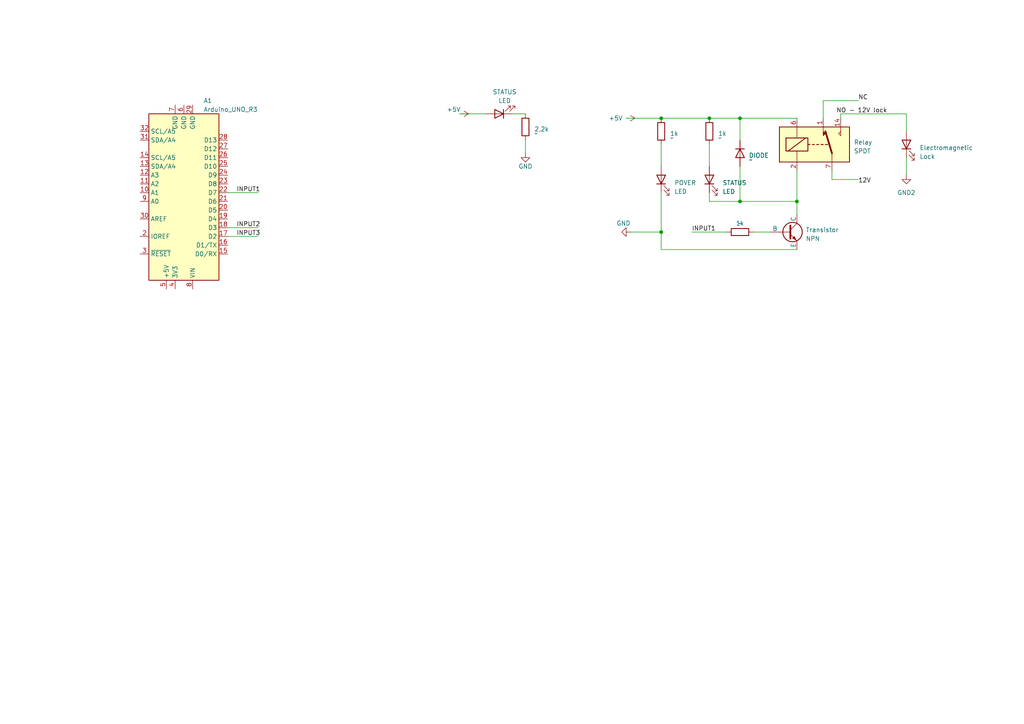
<source format=kicad_sch>
(kicad_sch (version 20230121) (generator eeschema)
  (paper "A4")
  (lib_symbols
    (symbol "Device:LED" (pin_numbers hide) (pin_names (offset 1.016) hide)
      (property "Reference" "D" (at 0 2.54 0))
      (property "Value" "LED" (at 0 -2.54 0))
      (symbol "LED_0_1"
        (polyline (pts (xy -1.27 -1.27) (xy -1.27 1.27)) (stroke (width 0.254)))
        (polyline (pts (xy -1.27 0) (xy 1.27 0)))
        (polyline (pts (xy 1.27 -1.27) (xy 1.27 1.27) (xy -1.27 0) (xy 1.27 -1.27)) (stroke (width 0.254)))
        (polyline (pts (xy -3.048 -0.762) (xy -4.572 -2.286) (xy -3.81 -2.286) (xy -4.572 -2.286) (xy -4.572 -1.524)))
        (polyline (pts (xy -1.778 -0.762) (xy -3.302 -2.286) (xy -2.54 -2.286) (xy -3.302 -2.286) (xy -3.302 -1.524)))
      )
      (symbol "LED_1_1"
        (pin passive line (at -3.81 0 0) (length 2.54) (name "K") (number "1"))
        (pin passive line (at 3.81 0 180) (length 2.54) (name "A") (number "2"))
      )
    )
    (symbol "Device:R" (pin_numbers hide) (pin_names (offset 0))
      (property "Reference" "R" (at 2.032 0 90))
      (property "Value" "R" (at 0 0 90))
      (symbol "R_0_1"
        (rectangle (start -1.016 -2.54) (end 1.016 2.54) (stroke (width 0.254)))
      )
      (symbol "R_1_1"
        (pin passive line (at 0 3.81 270) (length 1.27) (name "~") (number "1"))
        (pin passive line (at 0 -3.81 90) (length 1.27) (name "~") (number "2"))
      )
    )
    (symbol "Diode:1N914" (pin_numbers hide) (pin_names hide)
      (property "Reference" "D" (at 0 2.54 0))
      (property "Value" "1N914" (at 0 -2.54 0))
      (symbol "1N914_0_1"
        (polyline (pts (xy -1.27 1.27) (xy -1.27 -1.27)) (stroke (width 0.254)))
        (polyline (pts (xy 1.27 0) (xy -1.27 0)))
        (polyline (pts (xy 1.27 1.27) (xy 1.27 -1.27) (xy -1.27 0) (xy 1.27 1.27)) (stroke (width 0.254)))
      )
      (symbol "1N914_1_1"
        (pin passive line (at -3.81 0 0) (length 2.54) (name "K") (number "1"))
        (pin passive line (at 3.81 0 180) (length 2.54) (name "A") (number "2"))
      )
    )
    (symbol "MCU_Module:Arduino_UNO_R3"
      (property "Reference" "A" (at -10.16 23.495 0))
      (property "Value" "Arduino_UNO_R3" (at 5.08 -26.67 0))
      (symbol "Arduino_UNO_R3_0_1"
        (rectangle (start -10.16 22.86) (end 10.16 -25.4) (stroke (width 0.254)) (fill (type background)))
      )
      (symbol "Arduino_UNO_R3_1_1"
        (pin no_connect line (at -10.16 -20.32 0) (length 2.54) hide (name "NC") (number "1"))
        (pin bidirectional line (at 12.7 -2.54 180) (length 2.54) (name "A1") (number "10"))
        (pin bidirectional line (at 12.7 -5.08 180) (length 2.54) (name "A2") (number "11"))
        (pin bidirectional line (at 12.7 -7.62 180) (length 2.54) (name "A3") (number "12"))
        (pin bidirectional line (at 12.7 -10.16 180) (length 2.54) (name "SDA/A4") (number "13"))
        (pin bidirectional line (at 12.7 -12.7 180) (length 2.54) (name "SCL/A5") (number "14"))
        (pin bidirectional line (at -12.7 15.24 0) (length 2.54) (name "D0/RX") (number "15"))
        (pin bidirectional line (at -12.7 12.7 0) (length 2.54) (name "D1/TX") (number "16"))
        (pin bidirectional line (at -12.7 10.16 0) (length 2.54) (name "D2") (number "17"))
        (pin bidirectional line (at -12.7 7.62 0) (length 2.54) (name "D3") (number "18"))
        (pin bidirectional line (at -12.7 5.08 0) (length 2.54) (name "D4") (number "19"))
        (pin output line (at 12.7 10.16 180) (length 2.54) (name "IOREF") (number "2"))
        (pin bidirectional line (at -12.7 2.54 0) (length 2.54) (name "D5") (number "20"))
        (pin bidirectional line (at -12.7 0 0) (length 2.54) (name "D6") (number "21"))
        (pin bidirectional line (at -12.7 -2.54 0) (length 2.54) (name "D7") (number "22"))
        (pin bidirectional line (at -12.7 -5.08 0) (length 2.54) (name "D8") (number "23"))
        (pin bidirectional line (at -12.7 -7.62 0) (length 2.54) (name "D9") (number "24"))
        (pin bidirectional line (at -12.7 -10.16 0) (length 2.54) (name "D10") (number "25"))
        (pin bidirectional line (at -12.7 -12.7 0) (length 2.54) (name "D11") (number "26"))
        (pin bidirectional line (at -12.7 -15.24 0) (length 2.54) (name "D12") (number "27"))
        (pin bidirectional line (at -12.7 -17.78 0) (length 2.54) (name "D13") (number "28"))
        (pin power_in line (at -2.54 -27.94 90) (length 2.54) (name "GND") (number "29"))
        (pin input line (at 12.7 15.24 180) (length 2.54) (name "~{RESET}") (number "3"))
        (pin input line (at 12.7 5.08 180) (length 2.54) (name "AREF") (number "30"))
        (pin bidirectional line (at 12.7 -17.78 180) (length 2.54) (name "SDA/A4") (number "31"))
        (pin bidirectional line (at 12.7 -20.32 180) (length 2.54) (name "SCL/A5") (number "32"))
        (pin power_out line (at 2.54 25.4 270) (length 2.54) (name "3V3") (number "4"))
        (pin power_out line (at 5.08 25.4 270) (length 2.54) (name "+5V") (number "5"))
        (pin power_in line (at 0 -27.94 90) (length 2.54) (name "GND") (number "6"))
        (pin power_in line (at 2.54 -27.94 90) (length 2.54) (name "GND") (number "7"))
        (pin power_in line (at -2.54 25.4 270) (length 2.54) (name "VIN") (number "8"))
        (pin bidirectional line (at 12.7 0 180) (length 2.54) (name "A0") (number "9"))
      )
    )
    (symbol "Relay:DIPxx-1Cxx-51x"
      (property "Reference" "K" (at 11.43 3.81 0))
      (property "Value" "DIPxx-1Cxx-51x" (at 11.43 1.27 0))
      (symbol "DIPxx-1Cxx-51x_0_0"
        (polyline (pts (xy 2.54 5.08) (xy 2.54 2.54) (xy 3.175 3.175) (xy 2.54 3.81)) (fill (type outline)))
        (polyline (pts (xy 7.62 5.08) (xy 7.62 2.54) (xy 6.985 3.175) (xy 7.62 3.81)))
      )
      (symbol "DIPxx-1Cxx-51x_0_1"
        (rectangle (start -10.16 5.08) (end 10.16 -5.08) (stroke (width 0.254)) (fill (type background)))
        (rectangle (start -8.255 1.905) (end -1.905 -1.905) (stroke (width 0.254)))
        (polyline (pts (xy -7.62 -1.905) (xy -2.54 1.905)) (stroke (width 0.254)))
        (polyline (pts (xy -5.08 -5.08) (xy -5.08 -1.905)))
        (polyline (pts (xy -5.08 5.08) (xy -5.08 1.905)))
        (polyline (pts (xy -1.905 0) (xy -1.27 0)) (stroke (width 0.254)))
        (polyline (pts (xy -0.635 0) (xy 0 0)) (stroke (width 0.254)))
        (polyline (pts (xy 0.635 0) (xy 1.27 0)) (stroke (width 0.254)))
        (polyline (pts (xy 1.905 0) (xy 2.54 0)) (stroke (width 0.254)))
        (polyline (pts (xy 3.175 0) (xy 3.81 0)) (stroke (width 0.254)))
        (polyline (pts (xy 5.08 -2.54) (xy 3.175 3.81)) (stroke (width 0.508)))
        (polyline (pts (xy 5.08 -2.54) (xy 5.08 -5.08)))
      )
      (symbol "DIPxx-1Cxx-51x_1_1"
        (pin passive line (at 2.54 7.62 270) (length 2.54) (name "~") (number "1"))
        (pin passive line (at 7.62 7.62 270) (length 2.54) (name "~") (number "14"))
        (pin passive line (at -5.08 -7.62 90) (length 2.54) (name "~") (number "2"))
        (pin passive line (at -5.08 7.62 270) (length 2.54) (name "~") (number "6"))
        (pin passive line (at 5.08 -7.62 90) (length 2.54) (name "~") (number "7"))
        (pin passive line (at 5.08 -7.62 90) (length 2.54) hide (name "~") (number "8"))
      )
    )
    (symbol "Simulation_SPICE:NPN" (pin_numbers hide) (pin_names (offset 0))
      (property "Reference" "Q" (at -2.54 7.62 0))
      (property "Value" "NPN" (at -2.54 5.08 0))
      (symbol "NPN_0_1"
        (polyline (pts (xy -2.54 0) (xy 0.635 0)) (stroke (width 0.1524)))
        (polyline (pts (xy 0.635 0.635) (xy 2.54 2.54)))
        (polyline (pts (xy 2.794 -1.27) (xy 2.794 -1.27)) (stroke (width 0.1524)))
        (polyline (pts (xy 2.794 -1.27) (xy 2.794 -1.27)) (stroke (width 0.1524)))
        (polyline (pts (xy 0.635 -0.635) (xy 2.54 -2.54) (xy 2.54 -2.54)))
        (polyline (pts (xy 0.635 1.905) (xy 0.635 -1.905) (xy 0.635 -1.905)) (stroke (width 0.508)))
        (polyline (pts (xy 1.27 -1.778) (xy 1.778 -1.27) (xy 2.286 -2.286) (xy 1.27 -1.778) (xy 1.27 -1.778)) (fill (type outline)))
        (circle (center 1.27 0) (radius 2.8194) (stroke (width 0.254)))
      )
      (symbol "NPN_1_1"
        (pin open_collector line (at 2.54 5.08 270) (length 2.54) (name "C") (number "1"))
        (pin input line (at -5.08 0 0) (length 2.54) (name "B") (number "2"))
        (pin open_emitter line (at 2.54 -5.08 90) (length 2.54) (name "E") (number "3"))
      )
    )
    (symbol "power:+5V" (power) (pin_names (offset 0))
      (property "Value" "+5V" (at 0 3.556 0))
      (symbol "+5V_0_1"
        (polyline (pts (xy -0.762 1.27) (xy 0 2.54)))
        (polyline (pts (xy 0 0) (xy 0 2.54)))
        (polyline (pts (xy 0 2.54) (xy 0.762 1.27)))
      )
      (symbol "+5V_1_1"
        (pin power_in line (at 0 0 90) (length 0) hide (name "+5V") (number "1"))
      )
    )
    (symbol "power:GND" (power) (pin_names (offset 0))
      (property "Value" "GND" (at 0 -3.81 0))
      (symbol "GND_0_1"
        (polyline (pts (xy 0 0) (xy 0 -1.27) (xy 1.27 -1.27) (xy 0 -2.54) (xy -1.27 -1.27) (xy 0 -1.27)))
      )
      (symbol "GND_1_1"
        (pin power_in line (at 0 0 270) (length 0) hide (name "GND") (number "1"))
      )
    )
    (symbol "power:GND2" (power) (pin_names (offset 0))
      (property "Value" "GND2" (at 0 -3.81 0))
      (symbol "GND2_0_1"
        (polyline (pts (xy 0 0) (xy 0 -1.27) (xy 1.27 -1.27) (xy 0 -2.54) (xy -1.27 -1.27) (xy 0 -1.27)))
      )
      (symbol "GND2_1_1"
        (pin power_in line (at 0 0 270) (length 0) hide (name "GND2") (number "1"))
      )
    )
  )
  (junction (at 205.74 34.29))
  (junction (at 231.14 58.42))
  (junction (at 191.77 34.29))
  (junction (at 191.77 67.31))
  (junction (at 214.63 34.29))
  (junction (at 214.63 58.42))
  (wire (pts (xy 200.66 67.31) (xy 210.82 67.31)))
  (wire (pts (xy 248.92 52.07) (xy 241.3 52.07)))
  (wire (pts (xy 191.77 34.29) (xy 205.74 34.29)))
  (wire (pts (xy 231.14 49.53) (xy 231.14 58.42)))
  (wire (pts (xy 133.35 33.02) (xy 140.97 33.02)))
  (wire (pts (xy 182.88 67.31) (xy 191.77 67.31)))
  (wire (pts (xy 243.84 33.02) (xy 262.89 33.02)))
  (wire (pts (xy 241.3 52.07) (xy 241.3 49.53)))
  (wire (pts (xy 243.84 33.02) (xy 243.84 34.29)))
  (wire (pts (xy 238.76 29.21) (xy 238.76 34.29)))
  (wire (pts (xy 205.74 41.91) (xy 205.74 48.26)))
  (wire (pts (xy 181.61 34.29) (xy 191.77 34.29)))
  (wire (pts (xy 214.63 48.26) (xy 214.63 58.42)))
  (wire (pts (xy 191.77 41.91) (xy 191.77 48.26)))
  (wire (pts (xy 214.63 34.29) (xy 214.63 40.64)))
  (wire (pts (xy 262.89 38.1) (xy 262.89 33.02)))
  (wire (pts (xy 152.4 40.64) (xy 152.4 44.45)))
  (wire (pts (xy 238.76 29.21) (xy 248.92 29.21)))
  (wire (pts (xy 214.63 58.42) (xy 231.14 58.42)))
  (wire (pts (xy 205.74 34.29) (xy 214.63 34.29)))
  (wire (pts (xy 231.14 72.39) (xy 191.77 72.39)))
  (wire (pts (xy 205.74 55.88) (xy 205.74 58.42)))
  (wire (pts (xy 191.77 67.31) (xy 191.77 72.39)))
  (wire (pts (xy 205.74 58.42) (xy 214.63 58.42)))
  (wire (pts (xy 148.59 33.02) (xy 152.4 33.02)))
  (wire (pts (xy 231.14 58.42) (xy 231.14 62.23)))
  (wire (pts (xy 191.77 55.88) (xy 191.77 67.31)))
  (wire (pts (xy 66.04 68.58) (xy 74.93 68.58)))
  (wire (pts (xy 214.63 34.29) (xy 231.14 34.29)))
  (wire (pts (xy 262.89 45.72) (xy 262.89 50.8)))
  (wire (pts (xy 218.44 67.31) (xy 223.52 67.31)))
  (wire (pts (xy 66.04 66.04) (xy 74.93 66.04)))
  (wire (pts (xy 66.04 55.88) (xy 74.93 55.88)))
  (label "12V" (at 248.92 53.34 0))
  (label "INPUT1" (at 200.66 67.31 0))
  (label "INPUT1" (at 68.58 55.88 0))
  (label "INPUT2" (at 68.58 66.04 0))
  (label "INPUT3" (at 68.58 68.58 0))
  (label "NC" (at 248.92 29.21 0))
  (label "NO - 12V lock" (at 242.57 33.02 0))
  (symbol (lib_id "Device:R") (at 152.4 36.83 180) (unit 1)
    (property "Reference" "2,2k" (at 154.94 37.465 0) (effects (justify right)))
    (property "Value" "~" (at 154.94 38.735 0) (effects (justify right)))
  )
  (symbol (lib_id "Device:R") (at 191.77 38.1 0) (unit 1)
    (property "Reference" "1k" (at 194.31 38.735 0) (effects (justify left)))
    (property "Value" "~" (at 194.31 40.005 0) (effects (justify left)))
  )
  (symbol (lib_id "Device:LED") (at 262.89 41.91 90) (unit 1)
    (property "Reference" "Electromagnetic" (at 266.7 42.8625 90) (effects (justify right)))
    (property "Value" "Lock" (at 266.7 45.4025 90) (effects (justify right)))
    (property "Footprint" "Inductor_SMD:L_6.3x6.3_H3" (effects hide))
  )
  (symbol (lib_id "Device:LED") (at 205.74 52.07 90) (unit 1)
    (property "Reference" "STATUS" (at 209.55 53.0225 90) (effects (justify right)))
    (property "Value" "LED" (at 209.55 55.5625 90) (effects (justify right)))
  )
  (symbol (lib_id "power:GND2") (at 262.89 50.8 0) (unit 1)
    (property "Reference" "#PWR05" (effects hide))
    (property "Value" "GND2" (at 262.89 55.88 0))
  )
  (symbol (lib_id "Simulation_SPICE:NPN") (at 228.6 67.31 0) (unit 1)
    (property "Reference" "Transistor" (at 233.68 66.675 0) (effects (justify left)))
    (property "Value" "NPN" (at 233.68 69.215 0) (effects (justify left)))
    (property "Sim.Device" "NPN" (effects hide))
    (property "Sim.Type" "GUMMELPOON" (effects hide))
    (property "Sim.Pins" "1=C 2=B 3=E" (effects hide))
  )
  (symbol (lib_id "Diode:1N914") (at 214.63 44.45 270) (unit 1)
    (property "Reference" "DIODE" (at 217.17 45.085 90) (effects (justify left)))
    (property "Value" "~" (at 217.17 46.355 90) (effects (justify left)))
    (property "Footprint" "Diode_THT:D_DO-35_SOD27_P7.62mm_Horizontal" (effects hide))
    (property "Datasheet" "http://www.vishay.com/docs/85622/1n914.pdf" (effects hide))
    (property "Sim.Device" "D" (effects hide))
    (property "Sim.Pins" "1=K 2=A" (effects hide))
  )
  (symbol (lib_id "MCU_Module:Arduino_UNO_R3") (at 53.34 58.42 180) (unit 1)
    (property "Reference" "A1" (at 59.0297 29.21 0) (effects (justify right)))
    (property "Value" "Arduino_UNO_R3" (at 59.0297 31.75 0) (effects (justify right)))
    (property "Footprint" "Module:Arduino_UNO_R3" (effects hide))
    (property "Datasheet" "https://www.arduino.cc/en/Main/arduinoBoardUno" (effects hide))
  )
  (symbol (lib_id "Device:LED") (at 144.78 33.02 180) (unit 1)
    (property "Reference" "STATUS" (at 146.3675 26.67 0))
    (property "Value" "LED" (at 146.3675 29.21 0))
  )
  (symbol (lib_id "power:+5V") (at 133.35 33.02 270) (unit 1)
    (property "Reference" "#PWR03" (effects hide))
    (property "Value" "+5V" (at 129.54 31.75 90) (effects (justify left)))
  )
  (symbol (lib_id "Device:R") (at 205.74 38.1 0) (unit 1)
    (property "Reference" "1k" (at 208.28 38.735 0) (effects (justify left)))
    (property "Value" "~" (at 208.28 40.005 0) (effects (justify left)))
  )
  (symbol (lib_id "Device:R") (at 214.63 67.31 90) (unit 1)
    (property "Reference" "1k" (at 214.63 64.77 90))
    (property "Value" "~" (at 214.63 64.77 90))
  )
  (symbol (lib_id "power:+5V") (at 181.61 34.29 270) (unit 1)
    (property "Reference" "#PWR01" (effects hide))
    (property "Value" "+5V" (at 176.53 34.29 90) (effects (justify left)))
  )
  (symbol (lib_id "power:GND") (at 182.88 67.31 270) (unit 1)
    (property "Reference" "#PWR02" (effects hide))
    (property "Value" "GND" (at 182.88 64.77 90) (effects (justify right)))
  )
  (symbol (lib_id "power:GND") (at 152.4 44.45 0) (unit 1)
    (property "Reference" "#PWR04" (effects hide))
    (property "Value" "GND" (at 152.4 48.26 0))
  )
  (symbol (lib_id "Device:LED") (at 191.77 52.07 90) (unit 1)
    (property "Reference" "POVER" (at 195.58 53.0225 90) (effects (justify right)))
    (property "Value" "LED" (at 195.58 55.5625 90) (effects (justify right)))
  )
  (symbol (lib_id "Relay:DIPxx-1Cxx-51x") (at 236.22 41.91 0) (unit 1)
    (property "Reference" "Relay" (at 247.65 41.275 0) (effects (justify left)))
    (property "Value" "SPDT" (at 247.65 43.815 0) (effects (justify left)))
    (property "Footprint" "Relay_THT:Relay_StandexMeder_DIP_LowProfile" (effects hide))
    (property "Datasheet" "https://standexelectronics.com/wp-content/uploads/datasheet_reed_relay_DIP.pdf" (effects hide))
  )
)
</source>
